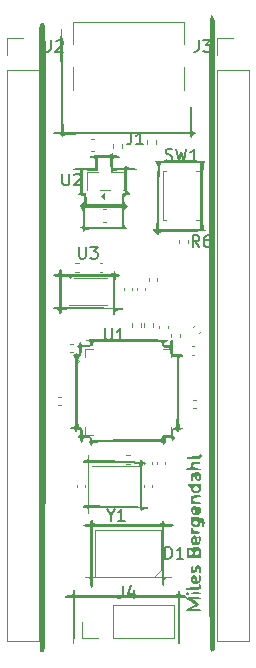
<source format=gbr>
%TF.GenerationSoftware,KiCad,Pcbnew,9.0.6*%
%TF.CreationDate,2025-11-22T23:37:22-05:00*%
%TF.ProjectId,DEVBOARD,44455642-4f41-4524-942e-6b696361645f,rev?*%
%TF.SameCoordinates,Original*%
%TF.FileFunction,Legend,Top*%
%TF.FilePolarity,Positive*%
%FSLAX46Y46*%
G04 Gerber Fmt 4.6, Leading zero omitted, Abs format (unit mm)*
G04 Created by KiCad (PCBNEW 9.0.6) date 2025-11-22 23:37:22*
%MOMM*%
%LPD*%
G01*
G04 APERTURE LIST*
%ADD10C,0.150000*%
%ADD11C,0.000000*%
%ADD12C,0.120000*%
G04 APERTURE END LIST*
D10*
X95766666Y-62954819D02*
X95766666Y-63669104D01*
X95766666Y-63669104D02*
X95719047Y-63811961D01*
X95719047Y-63811961D02*
X95623809Y-63907200D01*
X95623809Y-63907200D02*
X95480952Y-63954819D01*
X95480952Y-63954819D02*
X95385714Y-63954819D01*
X96766666Y-63954819D02*
X96195238Y-63954819D01*
X96480952Y-63954819D02*
X96480952Y-62954819D01*
X96480952Y-62954819D02*
X96385714Y-63097676D01*
X96385714Y-63097676D02*
X96290476Y-63192914D01*
X96290476Y-63192914D02*
X96195238Y-63240533D01*
X98666667Y-65307200D02*
X98809524Y-65354819D01*
X98809524Y-65354819D02*
X99047619Y-65354819D01*
X99047619Y-65354819D02*
X99142857Y-65307200D01*
X99142857Y-65307200D02*
X99190476Y-65259580D01*
X99190476Y-65259580D02*
X99238095Y-65164342D01*
X99238095Y-65164342D02*
X99238095Y-65069104D01*
X99238095Y-65069104D02*
X99190476Y-64973866D01*
X99190476Y-64973866D02*
X99142857Y-64926247D01*
X99142857Y-64926247D02*
X99047619Y-64878628D01*
X99047619Y-64878628D02*
X98857143Y-64831009D01*
X98857143Y-64831009D02*
X98761905Y-64783390D01*
X98761905Y-64783390D02*
X98714286Y-64735771D01*
X98714286Y-64735771D02*
X98666667Y-64640533D01*
X98666667Y-64640533D02*
X98666667Y-64545295D01*
X98666667Y-64545295D02*
X98714286Y-64450057D01*
X98714286Y-64450057D02*
X98761905Y-64402438D01*
X98761905Y-64402438D02*
X98857143Y-64354819D01*
X98857143Y-64354819D02*
X99095238Y-64354819D01*
X99095238Y-64354819D02*
X99238095Y-64402438D01*
X99571429Y-64354819D02*
X99809524Y-65354819D01*
X99809524Y-65354819D02*
X100000000Y-64640533D01*
X100000000Y-64640533D02*
X100190476Y-65354819D01*
X100190476Y-65354819D02*
X100428572Y-64354819D01*
X101333333Y-65354819D02*
X100761905Y-65354819D01*
X101047619Y-65354819D02*
X101047619Y-64354819D01*
X101047619Y-64354819D02*
X100952381Y-64497676D01*
X100952381Y-64497676D02*
X100857143Y-64592914D01*
X100857143Y-64592914D02*
X100761905Y-64640533D01*
X93538095Y-79562319D02*
X93538095Y-80371842D01*
X93538095Y-80371842D02*
X93585714Y-80467080D01*
X93585714Y-80467080D02*
X93633333Y-80514700D01*
X93633333Y-80514700D02*
X93728571Y-80562319D01*
X93728571Y-80562319D02*
X93919047Y-80562319D01*
X93919047Y-80562319D02*
X94014285Y-80514700D01*
X94014285Y-80514700D02*
X94061904Y-80467080D01*
X94061904Y-80467080D02*
X94109523Y-80371842D01*
X94109523Y-80371842D02*
X94109523Y-79562319D01*
X95109523Y-80562319D02*
X94538095Y-80562319D01*
X94823809Y-80562319D02*
X94823809Y-79562319D01*
X94823809Y-79562319D02*
X94728571Y-79705176D01*
X94728571Y-79705176D02*
X94633333Y-79800414D01*
X94633333Y-79800414D02*
X94538095Y-79848033D01*
X88966666Y-55154819D02*
X88966666Y-55869104D01*
X88966666Y-55869104D02*
X88919047Y-56011961D01*
X88919047Y-56011961D02*
X88823809Y-56107200D01*
X88823809Y-56107200D02*
X88680952Y-56154819D01*
X88680952Y-56154819D02*
X88585714Y-56154819D01*
X89395238Y-55250057D02*
X89442857Y-55202438D01*
X89442857Y-55202438D02*
X89538095Y-55154819D01*
X89538095Y-55154819D02*
X89776190Y-55154819D01*
X89776190Y-55154819D02*
X89871428Y-55202438D01*
X89871428Y-55202438D02*
X89919047Y-55250057D01*
X89919047Y-55250057D02*
X89966666Y-55345295D01*
X89966666Y-55345295D02*
X89966666Y-55440533D01*
X89966666Y-55440533D02*
X89919047Y-55583390D01*
X89919047Y-55583390D02*
X89347619Y-56154819D01*
X89347619Y-56154819D02*
X89966666Y-56154819D01*
X91338095Y-72654819D02*
X91338095Y-73464342D01*
X91338095Y-73464342D02*
X91385714Y-73559580D01*
X91385714Y-73559580D02*
X91433333Y-73607200D01*
X91433333Y-73607200D02*
X91528571Y-73654819D01*
X91528571Y-73654819D02*
X91719047Y-73654819D01*
X91719047Y-73654819D02*
X91814285Y-73607200D01*
X91814285Y-73607200D02*
X91861904Y-73559580D01*
X91861904Y-73559580D02*
X91909523Y-73464342D01*
X91909523Y-73464342D02*
X91909523Y-72654819D01*
X92290476Y-72654819D02*
X92909523Y-72654819D01*
X92909523Y-72654819D02*
X92576190Y-73035771D01*
X92576190Y-73035771D02*
X92719047Y-73035771D01*
X92719047Y-73035771D02*
X92814285Y-73083390D01*
X92814285Y-73083390D02*
X92861904Y-73131009D01*
X92861904Y-73131009D02*
X92909523Y-73226247D01*
X92909523Y-73226247D02*
X92909523Y-73464342D01*
X92909523Y-73464342D02*
X92861904Y-73559580D01*
X92861904Y-73559580D02*
X92814285Y-73607200D01*
X92814285Y-73607200D02*
X92719047Y-73654819D01*
X92719047Y-73654819D02*
X92433333Y-73654819D01*
X92433333Y-73654819D02*
X92338095Y-73607200D01*
X92338095Y-73607200D02*
X92290476Y-73559580D01*
X101466666Y-55154819D02*
X101466666Y-55869104D01*
X101466666Y-55869104D02*
X101419047Y-56011961D01*
X101419047Y-56011961D02*
X101323809Y-56107200D01*
X101323809Y-56107200D02*
X101180952Y-56154819D01*
X101180952Y-56154819D02*
X101085714Y-56154819D01*
X101847619Y-55154819D02*
X102466666Y-55154819D01*
X102466666Y-55154819D02*
X102133333Y-55535771D01*
X102133333Y-55535771D02*
X102276190Y-55535771D01*
X102276190Y-55535771D02*
X102371428Y-55583390D01*
X102371428Y-55583390D02*
X102419047Y-55631009D01*
X102419047Y-55631009D02*
X102466666Y-55726247D01*
X102466666Y-55726247D02*
X102466666Y-55964342D01*
X102466666Y-55964342D02*
X102419047Y-56059580D01*
X102419047Y-56059580D02*
X102371428Y-56107200D01*
X102371428Y-56107200D02*
X102276190Y-56154819D01*
X102276190Y-56154819D02*
X101990476Y-56154819D01*
X101990476Y-56154819D02*
X101895238Y-56107200D01*
X101895238Y-56107200D02*
X101847619Y-56059580D01*
X94023809Y-95366128D02*
X94023809Y-95842319D01*
X93690476Y-94842319D02*
X94023809Y-95366128D01*
X94023809Y-95366128D02*
X94357142Y-94842319D01*
X95214285Y-95842319D02*
X94642857Y-95842319D01*
X94928571Y-95842319D02*
X94928571Y-94842319D01*
X94928571Y-94842319D02*
X94833333Y-94985176D01*
X94833333Y-94985176D02*
X94738095Y-95080414D01*
X94738095Y-95080414D02*
X94642857Y-95128033D01*
X98661905Y-99054819D02*
X98661905Y-98054819D01*
X98661905Y-98054819D02*
X98900000Y-98054819D01*
X98900000Y-98054819D02*
X99042857Y-98102438D01*
X99042857Y-98102438D02*
X99138095Y-98197676D01*
X99138095Y-98197676D02*
X99185714Y-98292914D01*
X99185714Y-98292914D02*
X99233333Y-98483390D01*
X99233333Y-98483390D02*
X99233333Y-98626247D01*
X99233333Y-98626247D02*
X99185714Y-98816723D01*
X99185714Y-98816723D02*
X99138095Y-98911961D01*
X99138095Y-98911961D02*
X99042857Y-99007200D01*
X99042857Y-99007200D02*
X98900000Y-99054819D01*
X98900000Y-99054819D02*
X98661905Y-99054819D01*
X100185714Y-99054819D02*
X99614286Y-99054819D01*
X99900000Y-99054819D02*
X99900000Y-98054819D01*
X99900000Y-98054819D02*
X99804762Y-98197676D01*
X99804762Y-98197676D02*
X99709524Y-98292914D01*
X99709524Y-98292914D02*
X99614286Y-98340533D01*
X95066666Y-101354819D02*
X95066666Y-102069104D01*
X95066666Y-102069104D02*
X95019047Y-102211961D01*
X95019047Y-102211961D02*
X94923809Y-102307200D01*
X94923809Y-102307200D02*
X94780952Y-102354819D01*
X94780952Y-102354819D02*
X94685714Y-102354819D01*
X95971428Y-101688152D02*
X95971428Y-102354819D01*
X95733333Y-101307200D02*
X95495238Y-102021485D01*
X95495238Y-102021485D02*
X96114285Y-102021485D01*
X101533333Y-72654819D02*
X101200000Y-72178628D01*
X100961905Y-72654819D02*
X100961905Y-71654819D01*
X100961905Y-71654819D02*
X101342857Y-71654819D01*
X101342857Y-71654819D02*
X101438095Y-71702438D01*
X101438095Y-71702438D02*
X101485714Y-71750057D01*
X101485714Y-71750057D02*
X101533333Y-71845295D01*
X101533333Y-71845295D02*
X101533333Y-71988152D01*
X101533333Y-71988152D02*
X101485714Y-72083390D01*
X101485714Y-72083390D02*
X101438095Y-72131009D01*
X101438095Y-72131009D02*
X101342857Y-72178628D01*
X101342857Y-72178628D02*
X100961905Y-72178628D01*
X102390476Y-71654819D02*
X102200000Y-71654819D01*
X102200000Y-71654819D02*
X102104762Y-71702438D01*
X102104762Y-71702438D02*
X102057143Y-71750057D01*
X102057143Y-71750057D02*
X101961905Y-71892914D01*
X101961905Y-71892914D02*
X101914286Y-72083390D01*
X101914286Y-72083390D02*
X101914286Y-72464342D01*
X101914286Y-72464342D02*
X101961905Y-72559580D01*
X101961905Y-72559580D02*
X102009524Y-72607200D01*
X102009524Y-72607200D02*
X102104762Y-72654819D01*
X102104762Y-72654819D02*
X102295238Y-72654819D01*
X102295238Y-72654819D02*
X102390476Y-72607200D01*
X102390476Y-72607200D02*
X102438095Y-72559580D01*
X102438095Y-72559580D02*
X102485714Y-72464342D01*
X102485714Y-72464342D02*
X102485714Y-72226247D01*
X102485714Y-72226247D02*
X102438095Y-72131009D01*
X102438095Y-72131009D02*
X102390476Y-72083390D01*
X102390476Y-72083390D02*
X102295238Y-72035771D01*
X102295238Y-72035771D02*
X102104762Y-72035771D01*
X102104762Y-72035771D02*
X102009524Y-72083390D01*
X102009524Y-72083390D02*
X101961905Y-72131009D01*
X101961905Y-72131009D02*
X101914286Y-72226247D01*
X89938095Y-66454819D02*
X89938095Y-67264342D01*
X89938095Y-67264342D02*
X89985714Y-67359580D01*
X89985714Y-67359580D02*
X90033333Y-67407200D01*
X90033333Y-67407200D02*
X90128571Y-67454819D01*
X90128571Y-67454819D02*
X90319047Y-67454819D01*
X90319047Y-67454819D02*
X90414285Y-67407200D01*
X90414285Y-67407200D02*
X90461904Y-67359580D01*
X90461904Y-67359580D02*
X90509523Y-67264342D01*
X90509523Y-67264342D02*
X90509523Y-66454819D01*
X90938095Y-66550057D02*
X90985714Y-66502438D01*
X90985714Y-66502438D02*
X91080952Y-66454819D01*
X91080952Y-66454819D02*
X91319047Y-66454819D01*
X91319047Y-66454819D02*
X91414285Y-66502438D01*
X91414285Y-66502438D02*
X91461904Y-66550057D01*
X91461904Y-66550057D02*
X91509523Y-66645295D01*
X91509523Y-66645295D02*
X91509523Y-66740533D01*
X91509523Y-66740533D02*
X91461904Y-66883390D01*
X91461904Y-66883390D02*
X90890476Y-67454819D01*
X90890476Y-67454819D02*
X91509523Y-67454819D01*
D11*
%TO.C,G\u002A\u002A\u002A*%
G36*
X91008344Y-101725772D02*
G01*
X91034620Y-101899786D01*
X91034620Y-102164368D01*
X95373787Y-102164368D01*
X96445040Y-102164127D01*
X97323707Y-102162781D01*
X98028860Y-102159399D01*
X98579579Y-102153053D01*
X98994942Y-102142812D01*
X99294023Y-102127743D01*
X99495903Y-102106917D01*
X99619657Y-102079404D01*
X99684363Y-102044272D01*
X99709098Y-102000592D01*
X99712953Y-101952702D01*
X99757273Y-101780726D01*
X99818787Y-101741036D01*
X99904774Y-101829676D01*
X99924619Y-101952702D01*
X99986630Y-102118683D01*
X100189203Y-102164368D01*
X100388097Y-102200597D01*
X100453787Y-102270202D01*
X100363215Y-102349759D01*
X100189203Y-102376036D01*
X99924619Y-102376036D01*
X99924619Y-104439786D01*
X99919304Y-105205639D01*
X99903795Y-105806276D01*
X99878743Y-106228966D01*
X99844803Y-106460984D01*
X99818787Y-106503536D01*
X99779512Y-106399894D01*
X99748709Y-106097459D01*
X99727033Y-105608953D01*
X99715134Y-104947104D01*
X99712953Y-104439786D01*
X99712953Y-102376036D01*
X95375979Y-102376036D01*
X91039002Y-102376036D01*
X91010354Y-104501661D01*
X90997972Y-105140167D01*
X90979967Y-105694114D01*
X90957926Y-106133446D01*
X90933436Y-106428104D01*
X90908084Y-106548033D01*
X90902329Y-106547772D01*
X90877712Y-106421803D01*
X90856205Y-106118088D01*
X90839070Y-105670542D01*
X90827574Y-105113077D01*
X90822985Y-104479607D01*
X90822954Y-104422146D01*
X90822954Y-102376036D01*
X90452537Y-102376036D01*
X90207702Y-102349453D01*
X90085320Y-102284091D01*
X90082120Y-102270202D01*
X90175156Y-102200249D01*
X90403925Y-102165282D01*
X90452537Y-102164368D01*
X90703035Y-102144601D01*
X90805584Y-102055644D01*
X90822954Y-101899786D01*
X90859181Y-101700892D01*
X90928787Y-101635202D01*
X91008344Y-101725772D01*
G37*
G36*
X89888644Y-54214928D02*
G01*
X89916747Y-54378253D01*
X89939691Y-54681803D01*
X89957949Y-55138850D01*
X89971994Y-55762663D01*
X89982300Y-56566510D01*
X89989340Y-57563661D01*
X89991270Y-57999165D01*
X89995216Y-58894390D01*
X89999857Y-59728569D01*
X90004982Y-60476625D01*
X90010376Y-61113484D01*
X90015827Y-61614070D01*
X90021125Y-61953308D01*
X90026054Y-62106119D01*
X90026084Y-62106453D01*
X90048136Y-62377959D01*
X90064017Y-62609161D01*
X90082120Y-62900203D01*
X95425460Y-62900203D01*
X100768800Y-62900203D01*
X100797782Y-58799161D01*
X100826762Y-54698119D01*
X100851940Y-58786818D01*
X100877119Y-62875515D01*
X101115244Y-62954211D01*
X101353369Y-63032906D01*
X101121007Y-63078994D01*
X100963297Y-63154331D01*
X100880305Y-63338384D01*
X100848455Y-63568266D01*
X100808265Y-64011453D01*
X100789775Y-63561661D01*
X100771287Y-63111869D01*
X95464828Y-63111869D01*
X94264495Y-63112275D01*
X93258225Y-63113893D01*
X92428421Y-63117320D01*
X91757480Y-63123155D01*
X91227802Y-63131996D01*
X90821789Y-63144443D01*
X90521836Y-63161093D01*
X90310345Y-63182545D01*
X90169715Y-63209398D01*
X90082346Y-63242249D01*
X90030636Y-63281696D01*
X90017779Y-63297078D01*
X89909741Y-63424375D01*
X89877006Y-63379918D01*
X89873820Y-63297078D01*
X89815284Y-63166054D01*
X89614702Y-63115110D01*
X89500037Y-63111869D01*
X89255202Y-63085288D01*
X89132820Y-63019925D01*
X89129620Y-63006036D01*
X89222429Y-62935135D01*
X89449669Y-62900800D01*
X89487712Y-62900203D01*
X89845804Y-62900203D01*
X89789665Y-58576890D01*
X89776385Y-57421513D01*
X89769372Y-56464865D01*
X89768816Y-55694099D01*
X89774907Y-55096363D01*
X89787837Y-54658809D01*
X89807795Y-54368588D01*
X89834972Y-54212849D01*
X89854906Y-54178561D01*
X89888644Y-54214928D01*
G37*
G36*
X100339892Y-65325045D02*
G01*
X100892125Y-65331378D01*
X101375647Y-65342505D01*
X101750458Y-65358396D01*
X101976563Y-65379019D01*
X102023643Y-65392951D01*
X102011917Y-65488643D01*
X101961912Y-65516428D01*
X101919368Y-65633053D01*
X101884258Y-65927225D01*
X101856580Y-66364958D01*
X101836335Y-66912261D01*
X101823523Y-67535150D01*
X101818143Y-68199635D01*
X101820195Y-68871726D01*
X101829680Y-69517439D01*
X101846598Y-70102783D01*
X101870949Y-70593770D01*
X101902732Y-70956414D01*
X101941947Y-71156725D01*
X101961912Y-71184810D01*
X102078965Y-71255185D01*
X101989994Y-71309463D01*
X101693869Y-71347751D01*
X101189464Y-71370165D01*
X100475653Y-71376813D01*
X100043990Y-71374300D01*
X99364698Y-71369171D01*
X98867880Y-71370619D01*
X98524384Y-71381233D01*
X98305055Y-71403603D01*
X98180740Y-71440316D01*
X98122283Y-71493965D01*
X98104180Y-71546591D01*
X98059364Y-71675554D01*
X97983997Y-71604000D01*
X97963072Y-71570555D01*
X97782318Y-71390799D01*
X97649203Y-71313809D01*
X97505278Y-71242688D01*
X97557334Y-71204684D01*
X97675662Y-71182138D01*
X97759920Y-71161789D01*
X97768625Y-71155203D01*
X98118525Y-71155203D01*
X99868239Y-71155203D01*
X101617953Y-71155203D01*
X101617953Y-68350619D01*
X101617953Y-65546036D01*
X99936632Y-65546036D01*
X98255310Y-65546036D01*
X98201147Y-65889994D01*
X98184987Y-66092886D01*
X98169488Y-66472329D01*
X98155508Y-66993204D01*
X98143902Y-67620398D01*
X98135527Y-68318793D01*
X98132754Y-68694578D01*
X98118525Y-71155203D01*
X97768625Y-71155203D01*
X97821675Y-71115065D01*
X97864612Y-71012681D01*
X97892417Y-70825351D01*
X97908775Y-70523790D01*
X97917377Y-70078710D01*
X97921907Y-69460826D01*
X97923125Y-69216384D01*
X97928812Y-68526184D01*
X97938599Y-67841399D01*
X97951400Y-67217655D01*
X97966130Y-66710580D01*
X97977128Y-66452536D01*
X97989447Y-65968553D01*
X97962827Y-65670195D01*
X97895143Y-65534651D01*
X97891478Y-65532249D01*
X97809398Y-65426719D01*
X97823312Y-65389565D01*
X97947900Y-65366446D01*
X98243754Y-65348316D01*
X98670877Y-65335144D01*
X99189272Y-65326896D01*
X99758942Y-65323540D01*
X100339892Y-65325045D01*
G37*
G36*
X92496441Y-95797176D02*
G01*
X92516287Y-95920202D01*
X92522864Y-95982719D01*
X92558114Y-96031537D01*
X92645320Y-96068347D01*
X92807764Y-96094842D01*
X93068725Y-96112716D01*
X93451486Y-96123662D01*
X93979327Y-96129374D01*
X94675531Y-96131544D01*
X95426703Y-96131868D01*
X96297832Y-96130594D01*
X96979527Y-96125967D01*
X97494010Y-96116772D01*
X97863503Y-96101798D01*
X98110228Y-96079833D01*
X98256407Y-96049664D01*
X98324260Y-96010081D01*
X98337119Y-95973118D01*
X98394267Y-95832278D01*
X98442953Y-95814368D01*
X98536845Y-95900089D01*
X98548787Y-95973118D01*
X98618690Y-96083502D01*
X98850414Y-96128987D01*
X98972119Y-96131868D01*
X99237212Y-96155341D01*
X99384658Y-96213978D01*
X99395453Y-96237702D01*
X99301563Y-96303974D01*
X99067013Y-96340837D01*
X98972119Y-96343536D01*
X98548787Y-96343536D01*
X98548787Y-98454117D01*
X98548787Y-100564698D01*
X98998578Y-100605209D01*
X99448369Y-100645722D01*
X98998578Y-100664212D01*
X98716599Y-100685774D01*
X98587003Y-100754077D01*
X98550572Y-100921143D01*
X98548787Y-101059364D01*
X98523717Y-101300174D01*
X98457399Y-101376768D01*
X98442953Y-101370618D01*
X98366703Y-101227548D01*
X98337119Y-100993956D01*
X98337119Y-100682702D01*
X95426703Y-100682702D01*
X92516287Y-100682702D01*
X92516287Y-101106036D01*
X92492814Y-101371127D01*
X92434177Y-101518573D01*
X92410454Y-101529368D01*
X92343725Y-101435582D01*
X92307052Y-101201736D01*
X92304620Y-101113064D01*
X92287671Y-100839364D01*
X92208382Y-100708933D01*
X92024099Y-100654291D01*
X92013579Y-100652672D01*
X91722537Y-100608583D01*
X92013579Y-100592726D01*
X92304620Y-100576868D01*
X92516287Y-100576868D01*
X95426703Y-100576868D01*
X98337119Y-100576868D01*
X98337119Y-98460202D01*
X98337119Y-96343536D01*
X95426703Y-96343536D01*
X92516287Y-96343536D01*
X92516287Y-98460202D01*
X92516287Y-100576868D01*
X92304620Y-100576868D01*
X92304620Y-98460202D01*
X92304620Y-96343536D01*
X91980874Y-96343536D01*
X91769304Y-96314872D01*
X91720450Y-96241333D01*
X91722537Y-96237702D01*
X91868421Y-96155778D01*
X92046282Y-96131868D01*
X92250579Y-96079698D01*
X92304620Y-95920202D01*
X92348940Y-95748226D01*
X92410454Y-95708536D01*
X92496441Y-95797176D01*
G37*
G36*
X89843099Y-74526421D02*
G01*
X89870454Y-74694373D01*
X89870454Y-74965203D01*
X92001911Y-74965203D01*
X92732996Y-74963568D01*
X93281110Y-74957103D01*
X93674932Y-74943470D01*
X93943146Y-74920333D01*
X94114430Y-74885351D01*
X94217466Y-74836189D01*
X94273962Y-74779994D01*
X94381999Y-74652696D01*
X94414734Y-74697154D01*
X94417921Y-74779994D01*
X94507515Y-74936023D01*
X94632954Y-74965203D01*
X94804929Y-75009523D01*
X94844620Y-75071036D01*
X94755980Y-75157024D01*
X94632954Y-75176869D01*
X94545111Y-75188918D01*
X94485632Y-75247988D01*
X94449016Y-75388464D01*
X94429760Y-75644730D01*
X94422364Y-76051171D01*
X94421287Y-76499786D01*
X94421287Y-77822703D01*
X94797950Y-77822703D01*
X95038760Y-77847771D01*
X95115352Y-77914089D01*
X95109204Y-77928536D01*
X94966134Y-78004785D01*
X94732541Y-78034369D01*
X94502949Y-78069131D01*
X94423811Y-78197568D01*
X94421287Y-78246036D01*
X94376966Y-78418011D01*
X94315454Y-78457703D01*
X94235896Y-78367133D01*
X94209620Y-78193119D01*
X94209620Y-77928536D01*
X92040037Y-77928536D01*
X91310946Y-77929333D01*
X90766580Y-77933478D01*
X90379992Y-77943596D01*
X90124242Y-77962320D01*
X89972389Y-77992275D01*
X89897486Y-78036093D01*
X89872594Y-78096399D01*
X89870454Y-78140203D01*
X89826134Y-78312178D01*
X89764620Y-78351869D01*
X89678632Y-78263229D01*
X89658787Y-78140203D01*
X89596776Y-77974221D01*
X89394204Y-77928536D01*
X89195310Y-77892308D01*
X89129620Y-77822703D01*
X89220190Y-77743145D01*
X89394204Y-77716869D01*
X89658787Y-77716869D01*
X89658787Y-77711751D01*
X89870454Y-77711751D01*
X91590245Y-77740769D01*
X92210814Y-77752665D01*
X92791715Y-77766401D01*
X93284446Y-77780640D01*
X93640506Y-77794045D01*
X93759829Y-77800531D01*
X94209620Y-77831276D01*
X94209620Y-76504073D01*
X94209620Y-75176869D01*
X92040037Y-75176869D01*
X89870454Y-75176869D01*
X89870454Y-76444310D01*
X89870454Y-77711751D01*
X89658787Y-77711751D01*
X89658787Y-76446869D01*
X89658787Y-76444310D01*
X89658787Y-75176869D01*
X89394204Y-75176869D01*
X89195310Y-75140641D01*
X89129620Y-75071036D01*
X89220190Y-74991479D01*
X89394204Y-74965203D01*
X89602905Y-74914430D01*
X89658787Y-74759781D01*
X89707385Y-74557180D01*
X89764620Y-74488953D01*
X89843099Y-74526421D01*
G37*
G36*
X96626849Y-90488883D02*
G01*
X96679675Y-90745174D01*
X96830745Y-90859808D01*
X96881912Y-90872322D01*
X97120037Y-90919164D01*
X96881912Y-90997859D01*
X96794939Y-91033257D01*
X96732229Y-91093784D01*
X96689814Y-91210517D01*
X96663728Y-91414524D01*
X96650007Y-91736881D01*
X96644680Y-92208657D01*
X96643787Y-92860927D01*
X96643787Y-92863378D01*
X96643787Y-94650202D01*
X96967532Y-94650202D01*
X97179103Y-94678864D01*
X97227957Y-94752404D01*
X97225869Y-94756036D01*
X97079570Y-94838803D01*
X96909153Y-94861868D01*
X96710179Y-94915869D01*
X96620215Y-95114506D01*
X96613757Y-95152911D01*
X96583227Y-95330838D01*
X96566758Y-95315888D01*
X96553810Y-95099993D01*
X96537953Y-94756036D01*
X94375076Y-94756036D01*
X92212197Y-94756036D01*
X92169512Y-95099993D01*
X92126827Y-95443952D01*
X92109891Y-95099993D01*
X92072417Y-94859907D01*
X91958650Y-94767143D01*
X91828370Y-94756036D01*
X91629476Y-94719807D01*
X91563787Y-94650202D01*
X91654357Y-94570644D01*
X91828370Y-94544368D01*
X92092954Y-94544368D01*
X92092954Y-94539371D01*
X92198786Y-94539371D01*
X94024412Y-94570997D01*
X94651145Y-94582873D01*
X95227186Y-94595674D01*
X95709314Y-94608296D01*
X96054309Y-94619632D01*
X96193994Y-94626413D01*
X96537953Y-94650202D01*
X96537953Y-92863378D01*
X96536434Y-92207881D01*
X96529679Y-91733616D01*
X96514388Y-91410159D01*
X96487264Y-91207089D01*
X96445007Y-91093979D01*
X96384318Y-91040407D01*
X96338560Y-91024413D01*
X96172587Y-91006848D01*
X95832367Y-90989688D01*
X95355317Y-90974162D01*
X94778856Y-90961498D01*
X94168979Y-90953194D01*
X92198787Y-90934118D01*
X92198787Y-92736744D01*
X92198786Y-94539371D01*
X92092954Y-94539371D01*
X92092954Y-92745202D01*
X92092954Y-90946036D01*
X91828370Y-90946036D01*
X91629476Y-90909807D01*
X91563787Y-90840202D01*
X91654137Y-90759866D01*
X91821340Y-90734368D01*
X92023956Y-90682656D01*
X92115055Y-90489543D01*
X92122984Y-90443327D01*
X92167072Y-90152286D01*
X92182930Y-90443327D01*
X92198787Y-90734368D01*
X93495245Y-90735003D01*
X94106220Y-90741274D01*
X94741960Y-90757731D01*
X95316594Y-90781669D01*
X95656998Y-90803002D01*
X96522292Y-90870367D01*
X96566102Y-90511326D01*
X96609912Y-90152286D01*
X96626849Y-90488883D01*
G37*
G36*
X88351461Y-53703445D02*
G01*
X88401592Y-53752853D01*
X88439176Y-53866690D01*
X88466845Y-54070724D01*
X88487231Y-54390719D01*
X88502965Y-54852443D01*
X88516679Y-55481660D01*
X88526689Y-56047494D01*
X88530884Y-56413446D01*
X88534569Y-56978093D01*
X88537737Y-57728461D01*
X88540387Y-58651578D01*
X88542511Y-59734471D01*
X88544105Y-60964169D01*
X88545164Y-62327699D01*
X88545681Y-63812089D01*
X88545654Y-65404366D01*
X88545077Y-67091558D01*
X88543944Y-68860693D01*
X88542251Y-70698798D01*
X88539992Y-72592900D01*
X88537164Y-74530029D01*
X88534437Y-76129369D01*
X88530777Y-78173231D01*
X88527185Y-80233679D01*
X88523687Y-82293694D01*
X88520310Y-84336252D01*
X88517076Y-86344331D01*
X88514012Y-88300909D01*
X88511144Y-90188966D01*
X88508495Y-91991478D01*
X88506092Y-93691424D01*
X88503960Y-95271783D01*
X88502124Y-96715533D01*
X88500610Y-98005652D01*
X88499441Y-99125117D01*
X88498646Y-100056908D01*
X88498434Y-100380337D01*
X88497060Y-101740226D01*
X88494417Y-102903252D01*
X88490160Y-103884217D01*
X88483936Y-104697923D01*
X88475400Y-105359173D01*
X88464202Y-105882768D01*
X88449996Y-106283511D01*
X88432431Y-106576202D01*
X88411161Y-106775646D01*
X88385837Y-106896642D01*
X88356111Y-106953994D01*
X88343607Y-106962171D01*
X88155906Y-106941021D01*
X88070976Y-106873577D01*
X88060349Y-106756579D01*
X88050045Y-106438896D01*
X88040076Y-105931504D01*
X88030457Y-105245384D01*
X88021200Y-104391517D01*
X88012317Y-103380881D01*
X88003824Y-102224456D01*
X87995730Y-100933221D01*
X87988050Y-99518156D01*
X87980796Y-97990241D01*
X87973982Y-96360454D01*
X87967621Y-94639777D01*
X87961725Y-92839187D01*
X87956309Y-90969666D01*
X87951382Y-89042192D01*
X87946962Y-87067744D01*
X87943059Y-85057303D01*
X87939685Y-83021848D01*
X87936856Y-80972358D01*
X87934582Y-78919815D01*
X87932879Y-76875195D01*
X87931757Y-74849479D01*
X87931231Y-72853648D01*
X87931312Y-70898679D01*
X87932016Y-68995553D01*
X87933352Y-67155250D01*
X87935337Y-65388749D01*
X87937982Y-63707029D01*
X87941300Y-62121070D01*
X87945304Y-60641851D01*
X87950006Y-59280354D01*
X87955420Y-58047555D01*
X87961560Y-56954436D01*
X87968437Y-56011976D01*
X87976066Y-55231154D01*
X87984459Y-54622950D01*
X87993627Y-54198344D01*
X88003586Y-53968314D01*
X88008447Y-53930828D01*
X88147681Y-53739985D01*
X88286150Y-53692703D01*
X88351461Y-53703445D01*
G37*
G36*
X102706625Y-53121644D02*
G01*
X102798044Y-53341060D01*
X102820024Y-53454578D01*
X102826458Y-53598134D01*
X102832554Y-53941564D01*
X102838310Y-54473871D01*
X102843727Y-55184060D01*
X102848804Y-56061134D01*
X102853540Y-57094099D01*
X102857937Y-58271956D01*
X102861993Y-59583711D01*
X102865708Y-61018369D01*
X102869082Y-62564931D01*
X102872114Y-64212405D01*
X102874804Y-65949793D01*
X102877153Y-67766098D01*
X102879160Y-69650325D01*
X102880825Y-71591480D01*
X102882147Y-73578564D01*
X102883125Y-75600584D01*
X102883762Y-77646541D01*
X102884054Y-79705443D01*
X102884003Y-81766289D01*
X102883608Y-83818088D01*
X102882869Y-85849841D01*
X102881785Y-87850554D01*
X102880357Y-89809229D01*
X102878584Y-91714873D01*
X102876465Y-93556487D01*
X102874002Y-95323077D01*
X102871193Y-97003647D01*
X102868037Y-98587199D01*
X102864535Y-100062741D01*
X102860688Y-101419273D01*
X102856493Y-102645801D01*
X102851952Y-103731329D01*
X102847063Y-104664862D01*
X102841828Y-105435403D01*
X102836244Y-106031956D01*
X102830312Y-106443524D01*
X102824033Y-106659114D01*
X102821248Y-106688743D01*
X102691000Y-106883089D01*
X102558109Y-106926868D01*
X102537235Y-106923011D01*
X102517873Y-106906336D01*
X102499962Y-106869189D01*
X102483448Y-106803918D01*
X102468274Y-106702868D01*
X102454383Y-106558387D01*
X102441719Y-106362819D01*
X102430224Y-106108512D01*
X102419843Y-105787813D01*
X102410519Y-105393067D01*
X102402194Y-104916621D01*
X102394813Y-104350821D01*
X102388319Y-103688014D01*
X102382654Y-102920546D01*
X102377764Y-102040763D01*
X102373589Y-101041013D01*
X102370075Y-99913641D01*
X102367165Y-98650993D01*
X102364802Y-97245417D01*
X102362929Y-95689258D01*
X102361489Y-93974862D01*
X102360427Y-92094577D01*
X102359684Y-90040749D01*
X102359205Y-87805723D01*
X102358934Y-85381848D01*
X102358813Y-82761468D01*
X102358787Y-79992286D01*
X102358817Y-77171471D01*
X102358947Y-74554671D01*
X102359230Y-72134234D01*
X102359725Y-69902508D01*
X102360489Y-67851841D01*
X102361575Y-65974581D01*
X102363042Y-64263078D01*
X102364943Y-62709676D01*
X102367338Y-61306728D01*
X102370280Y-60046579D01*
X102373828Y-58921576D01*
X102378035Y-57924071D01*
X102382960Y-57046410D01*
X102388658Y-56280940D01*
X102395185Y-55620011D01*
X102402598Y-55055971D01*
X102410953Y-54581168D01*
X102420305Y-54187949D01*
X102430712Y-53868663D01*
X102442229Y-53615656D01*
X102454912Y-53421280D01*
X102468818Y-53277881D01*
X102484003Y-53177808D01*
X102500524Y-53113408D01*
X102518435Y-53077029D01*
X102537794Y-53061019D01*
X102556605Y-53057703D01*
X102706625Y-53121644D01*
G37*
G36*
X94209620Y-64792244D02*
G01*
X94299907Y-64882284D01*
X94467957Y-64911036D01*
X94692049Y-64950058D01*
X94791704Y-65016869D01*
X94750347Y-65091823D01*
X94544441Y-65122651D01*
X94533366Y-65122703D01*
X94325836Y-65138864D01*
X94233584Y-65227833D01*
X94210166Y-65450338D01*
X94209620Y-65546036D01*
X94209620Y-65969369D01*
X94664704Y-65969369D01*
X94976564Y-65941438D01*
X95205330Y-65871589D01*
X95246786Y-65842369D01*
X95351655Y-65768739D01*
X95373787Y-65842369D01*
X95471249Y-65929436D01*
X95736245Y-65968411D01*
X95797119Y-65969369D01*
X96062212Y-65992841D01*
X96209658Y-66051479D01*
X96220453Y-66075203D01*
X96126563Y-66141475D01*
X95892013Y-66178338D01*
X95797119Y-66181036D01*
X95373787Y-66181036D01*
X95373787Y-67083940D01*
X95382265Y-67549308D01*
X95411833Y-67841206D01*
X95468699Y-67997311D01*
X95532537Y-68047764D01*
X95680788Y-68154695D01*
X95640450Y-68253444D01*
X95431137Y-68297690D01*
X95426703Y-68297703D01*
X95245577Y-68326685D01*
X95173105Y-68455530D01*
X95162120Y-68655775D01*
X95197229Y-68924246D01*
X95324872Y-69052129D01*
X95384435Y-69071985D01*
X95527235Y-69170286D01*
X95503502Y-69291090D01*
X95332586Y-69355655D01*
X95314624Y-69356036D01*
X95235206Y-69450819D01*
X95181675Y-69693959D01*
X95154800Y-70023641D01*
X95155357Y-70378050D01*
X95184117Y-70695373D01*
X95241854Y-70913791D01*
X95294412Y-70973144D01*
X95412357Y-71044789D01*
X95322765Y-71100253D01*
X95029171Y-71139143D01*
X94535116Y-71161066D01*
X93844139Y-71165633D01*
X93578205Y-71163319D01*
X92838919Y-71161486D01*
X92310079Y-71175916D01*
X91991090Y-71206639D01*
X91881354Y-71253689D01*
X91881287Y-71255098D01*
X91804286Y-71362626D01*
X91775454Y-71366869D01*
X91680277Y-71281715D01*
X91669620Y-71215879D01*
X91581891Y-71064721D01*
X91484412Y-71016489D01*
X91353977Y-70976266D01*
X91429134Y-70959685D01*
X91484412Y-70955813D01*
X91517938Y-70943536D01*
X91881287Y-70943536D01*
X93415870Y-70943536D01*
X94950454Y-70943536D01*
X94950454Y-70149786D01*
X94950454Y-69356036D01*
X93415870Y-69356036D01*
X91881287Y-69356036D01*
X91881287Y-70149786D01*
X91881287Y-70943536D01*
X91517938Y-70943536D01*
X91582194Y-70920006D01*
X91638581Y-70799479D01*
X91664169Y-70550303D01*
X91669620Y-70187911D01*
X91668517Y-70149786D01*
X91657127Y-69755800D01*
X91613325Y-69486966D01*
X91528724Y-69334149D01*
X91491796Y-69302259D01*
X91379412Y-69195334D01*
X91437914Y-69109996D01*
X91544714Y-69048744D01*
X91735784Y-68843166D01*
X91775454Y-68611479D01*
X91747261Y-68387339D01*
X91622622Y-68305735D01*
X91489704Y-68297703D01*
X91302096Y-68278495D01*
X91298199Y-68207228D01*
X91330954Y-68170703D01*
X91399217Y-67990639D01*
X91442690Y-67628480D01*
X91444077Y-67581586D01*
X91638701Y-67581586D01*
X91645740Y-67866784D01*
X91678210Y-68019444D01*
X91742289Y-68078928D01*
X91801912Y-68086279D01*
X91919572Y-68128106D01*
X91974826Y-68286994D01*
X91987120Y-68562286D01*
X91987120Y-69038536D01*
X93468787Y-69038536D01*
X94950454Y-69038536D01*
X94950454Y-68562286D01*
X94968646Y-68255273D01*
X95034094Y-68112499D01*
X95122432Y-68086036D01*
X95235539Y-68042061D01*
X95248642Y-67875164D01*
X95228266Y-67755306D01*
X95191091Y-67461215D01*
X95167095Y-67063623D01*
X95162120Y-66802806D01*
X95162120Y-66181036D01*
X94685870Y-66181036D01*
X94401846Y-66202056D01*
X94231474Y-66255240D01*
X94209620Y-66286869D01*
X94129084Y-66389628D01*
X94103787Y-66392703D01*
X94047414Y-66296303D01*
X94009195Y-66044474D01*
X93997954Y-65757703D01*
X93997954Y-65122703D01*
X93460940Y-65122703D01*
X92923927Y-65122703D01*
X92953324Y-65678328D01*
X92982721Y-66233953D01*
X92333921Y-66198203D01*
X91685120Y-66162453D01*
X91650912Y-67124488D01*
X91638701Y-67581586D01*
X91444077Y-67581586D01*
X91457954Y-67112718D01*
X91457954Y-67112369D01*
X91457954Y-66181036D01*
X91119286Y-66181036D01*
X90901520Y-66163283D01*
X90868516Y-66100773D01*
X90902631Y-66059025D01*
X91078392Y-65994884D01*
X91427792Y-65958548D01*
X91876297Y-65953199D01*
X92727954Y-65969384D01*
X92727954Y-65546043D01*
X92714375Y-65273994D01*
X92646585Y-65153046D01*
X92483999Y-65123075D01*
X92442204Y-65122703D01*
X92254647Y-65101260D01*
X92254305Y-65026869D01*
X92275835Y-65003321D01*
X92444485Y-64941756D01*
X92770754Y-64905455D01*
X93156746Y-64899593D01*
X93578056Y-64891173D01*
X93902140Y-64851974D01*
X94063947Y-64794349D01*
X94185031Y-64728583D01*
X94209620Y-64792244D01*
G37*
G36*
X95068417Y-80441163D02*
G01*
X95801150Y-80446938D01*
X96520178Y-80457064D01*
X97194987Y-80471256D01*
X97795063Y-80489226D01*
X98289892Y-80510688D01*
X98648962Y-80535358D01*
X98841758Y-80562948D01*
X98866287Y-80577362D01*
X98780520Y-80668614D01*
X98707537Y-80680202D01*
X98567225Y-80764918D01*
X98548787Y-80838952D01*
X98640787Y-80966631D01*
X98813369Y-80997702D01*
X99014772Y-80953989D01*
X99076835Y-80781877D01*
X99077953Y-80733118D01*
X99114180Y-80534224D01*
X99183787Y-80468536D01*
X99267813Y-80568766D01*
X99308389Y-80854964D01*
X99302802Y-81305391D01*
X99297935Y-81383993D01*
X99299239Y-81603801D01*
X99383417Y-81696783D01*
X99609984Y-81717208D01*
X99663550Y-81717368D01*
X99952150Y-81747211D01*
X100152069Y-81820391D01*
X100168037Y-81833786D01*
X100206723Y-81924728D01*
X100062943Y-81950202D01*
X99867903Y-82005097D01*
X99803650Y-82082493D01*
X99794803Y-82219684D01*
X99788962Y-82539698D01*
X99786188Y-83013711D01*
X99786544Y-83612898D01*
X99790092Y-84308438D01*
X99796893Y-85071507D01*
X99797187Y-85098743D01*
X99807467Y-85958287D01*
X99818552Y-86629278D01*
X99832134Y-87134831D01*
X99849904Y-87498058D01*
X99873553Y-87742073D01*
X99904774Y-87889989D01*
X99945258Y-87964919D01*
X99996694Y-87989977D01*
X100008853Y-87991057D01*
X100122820Y-88009454D01*
X100032268Y-88059151D01*
X100030453Y-88059843D01*
X99833200Y-88184484D01*
X99784270Y-88236696D01*
X99688069Y-88288989D01*
X99643159Y-88220827D01*
X99503143Y-88099348D01*
X99439550Y-88088536D01*
X99328922Y-88172401D01*
X99291195Y-88359879D01*
X99329370Y-88554789D01*
X99421912Y-88653742D01*
X99493944Y-88733071D01*
X99437780Y-88794853D01*
X99295320Y-88969409D01*
X99260927Y-89041036D01*
X99211113Y-89130596D01*
X99192228Y-89016469D01*
X99192142Y-89014577D01*
X99098378Y-88862158D01*
X98922524Y-88829368D01*
X98731339Y-88872166D01*
X98713193Y-88964697D01*
X98695412Y-89145896D01*
X98607404Y-89308656D01*
X98490750Y-89446574D01*
X98451008Y-89415571D01*
X98446319Y-89328913D01*
X98432878Y-89270016D01*
X98378515Y-89224998D01*
X98258604Y-89192153D01*
X98048522Y-89169772D01*
X97723643Y-89156147D01*
X97259344Y-89149568D01*
X96631002Y-89148328D01*
X95874595Y-89150482D01*
X94926012Y-89155761D01*
X94167567Y-89164913D01*
X93577742Y-89180116D01*
X93135017Y-89203543D01*
X92817872Y-89237371D01*
X92604787Y-89283774D01*
X92474242Y-89344931D01*
X92404716Y-89423013D01*
X92377584Y-89504006D01*
X92333445Y-89728952D01*
X92319032Y-89499646D01*
X92252710Y-89288742D01*
X92172329Y-89208604D01*
X92094499Y-89139101D01*
X92172329Y-89085132D01*
X92301817Y-88973661D01*
X92245104Y-88877324D01*
X92026807Y-88830123D01*
X91987120Y-88829368D01*
X91760559Y-88857493D01*
X91677544Y-88978666D01*
X91669620Y-89100198D01*
X91636025Y-89280261D01*
X91563787Y-89305618D01*
X91474880Y-89156343D01*
X91457954Y-89034789D01*
X91390162Y-88866682D01*
X91299204Y-88829368D01*
X91158364Y-88772222D01*
X91140454Y-88723536D01*
X91226174Y-88629642D01*
X91299204Y-88617702D01*
X91426882Y-88525701D01*
X91457954Y-88353118D01*
X91418039Y-88133326D01*
X91298454Y-88109608D01*
X91161620Y-88215536D01*
X91056751Y-88289166D01*
X91034620Y-88215536D01*
X90946195Y-88112442D01*
X90822954Y-88088536D01*
X90650977Y-88044214D01*
X90611287Y-87982702D01*
X90699927Y-87896714D01*
X90822954Y-87876868D01*
X90885031Y-87870367D01*
X90933612Y-87835464D01*
X90970347Y-87749063D01*
X90996894Y-87588067D01*
X91014900Y-87329376D01*
X91026024Y-86949892D01*
X91031915Y-86426521D01*
X91034230Y-85736162D01*
X91034620Y-84919781D01*
X91034596Y-84912514D01*
X91246287Y-84912514D01*
X91246811Y-85777477D01*
X91249495Y-86454383D01*
X91256007Y-86966842D01*
X91268016Y-87338463D01*
X91287192Y-87592856D01*
X91315201Y-87753631D01*
X91353714Y-87844394D01*
X91404397Y-87888759D01*
X91457954Y-87907533D01*
X91619810Y-88021473D01*
X91669567Y-88277973D01*
X91669620Y-88290293D01*
X91689319Y-88510123D01*
X91791335Y-88600291D01*
X92040037Y-88617702D01*
X92293265Y-88639868D01*
X92396214Y-88730503D01*
X92410454Y-88845331D01*
X92419661Y-88949009D01*
X92473251Y-89011768D01*
X92610170Y-89039619D01*
X92869366Y-89038576D01*
X93289789Y-89014651D01*
X93442329Y-89004628D01*
X93898349Y-88981889D01*
X94506131Y-88962289D01*
X95205776Y-88947196D01*
X95937387Y-88937979D01*
X96455257Y-88935749D01*
X97154094Y-88933668D01*
X97667228Y-88926433D01*
X98020597Y-88911892D01*
X98240142Y-88887892D01*
X98351803Y-88852283D01*
X98381522Y-88802911D01*
X98375392Y-88776452D01*
X98380013Y-88673324D01*
X98525315Y-88626297D01*
X98749129Y-88617702D01*
X99025247Y-88605997D01*
X99149822Y-88541694D01*
X99182792Y-88381011D01*
X99183787Y-88300202D01*
X99217049Y-88067802D01*
X99340813Y-87985977D01*
X99395453Y-87982702D01*
X99456987Y-87976293D01*
X99505272Y-87941818D01*
X99541913Y-87856408D01*
X99568515Y-87697192D01*
X99586684Y-87441297D01*
X99598024Y-87065854D01*
X99604139Y-86547992D01*
X99606637Y-85864839D01*
X99607119Y-84993526D01*
X99607119Y-84966452D01*
X99607119Y-81950202D01*
X99342537Y-81950202D01*
X99162427Y-81921829D01*
X99089588Y-81794988D01*
X99077953Y-81586491D01*
X99057420Y-81337864D01*
X98954582Y-81228538D01*
X98733994Y-81189616D01*
X98476918Y-81126351D01*
X98367583Y-80975861D01*
X98356217Y-80918327D01*
X98322398Y-80680202D01*
X95419342Y-80680202D01*
X94560931Y-80680682D01*
X93890875Y-80683257D01*
X93385864Y-80689624D01*
X93022586Y-80701484D01*
X92777732Y-80720538D01*
X92627991Y-80748484D01*
X92550051Y-80787023D01*
X92520604Y-80837852D01*
X92516287Y-80891868D01*
X92485126Y-81024143D01*
X92355735Y-81086692D01*
X92074250Y-81103454D01*
X92040037Y-81103536D01*
X91747410Y-81111371D01*
X91608842Y-81165016D01*
X91566727Y-81309676D01*
X91563787Y-81477273D01*
X91518319Y-81777396D01*
X91405037Y-81911929D01*
X91357537Y-81955393D01*
X91320325Y-82060083D01*
X91292209Y-82248508D01*
X91271999Y-82543177D01*
X91258504Y-82966596D01*
X91250532Y-83541276D01*
X91246894Y-84289724D01*
X91246287Y-84912514D01*
X91034596Y-84912514D01*
X91031392Y-83946239D01*
X91021437Y-83173826D01*
X91004341Y-82592093D01*
X90979694Y-82190596D01*
X90947082Y-81958891D01*
X90915196Y-81888886D01*
X90874139Y-81794383D01*
X90968951Y-81718162D01*
X91165334Y-81666582D01*
X91247125Y-81686137D01*
X91321121Y-81644003D01*
X91352054Y-81439714D01*
X91352120Y-81427281D01*
X91313800Y-81192376D01*
X91219829Y-81101914D01*
X91150656Y-81068999D01*
X91201090Y-81022539D01*
X91333669Y-80866793D01*
X91404919Y-80733118D01*
X91476239Y-80589174D01*
X91514295Y-80641206D01*
X91536851Y-80759577D01*
X91609190Y-80926478D01*
X91789447Y-80991369D01*
X91941564Y-80997702D01*
X92196990Y-80951212D01*
X92309206Y-80844614D01*
X92260312Y-80727214D01*
X92066495Y-80653539D01*
X91905382Y-80618793D01*
X91930329Y-80577616D01*
X92092954Y-80513887D01*
X92267137Y-80487553D01*
X92610696Y-80467287D01*
X93093117Y-80452799D01*
X93683887Y-80443807D01*
X94352492Y-80440024D01*
X95068417Y-80441163D01*
G37*
D12*
%TO.C,J1*%
X90800000Y-55500000D02*
X90800000Y-53600000D01*
X90800000Y-59400000D02*
X90800000Y-57400000D01*
X100200000Y-53600000D02*
X90800000Y-53600000D01*
X100200000Y-55500000D02*
X100200000Y-53600000D01*
X100200000Y-59400000D02*
X100200000Y-57400000D01*
%TO.C,SW1*%
X98430000Y-66230000D02*
X98730000Y-66230000D01*
X98430000Y-70370000D02*
X98430000Y-66230000D01*
X98730000Y-70370000D02*
X98430000Y-70370000D01*
X101270000Y-66230000D02*
X101570000Y-66230000D01*
X101570000Y-66230000D02*
X101570000Y-70370000D01*
X101570000Y-70370000D02*
X101270000Y-70370000D01*
%TO.C,C16*%
X96840000Y-93025336D02*
X96840000Y-92809664D01*
X97560000Y-93025336D02*
X97560000Y-92809664D01*
%TO.C,C3*%
X89787836Y-85340000D02*
X89572164Y-85340000D01*
X89787836Y-86060000D02*
X89572164Y-86060000D01*
%TO.C,C13*%
X92640580Y-63490000D02*
X92359420Y-63490000D01*
X92640580Y-64510000D02*
X92359420Y-64510000D01*
%TO.C,C4*%
X90827836Y-80840000D02*
X90612164Y-80840000D01*
X90827836Y-81560000D02*
X90612164Y-81560000D01*
%TO.C,U1*%
X91890000Y-81327500D02*
X92540000Y-81327500D01*
X91890000Y-81977500D02*
X91890000Y-81327500D01*
X91890000Y-88547500D02*
X91890000Y-87897500D01*
X92540000Y-88547500D02*
X91890000Y-88547500D01*
X98460000Y-81327500D02*
X99110000Y-81327500D01*
X99110000Y-81327500D02*
X99110000Y-81977500D01*
X99110000Y-87897500D02*
X99110000Y-88547500D01*
X99110000Y-88547500D02*
X98460000Y-88547500D01*
X91360000Y-82337500D02*
X91030000Y-82577500D01*
X91030000Y-82097500D01*
X91360000Y-82337500D01*
G36*
X91360000Y-82337500D02*
G01*
X91030000Y-82577500D01*
X91030000Y-82097500D01*
X91360000Y-82337500D01*
G37*
%TO.C,C11*%
X98140000Y-79545336D02*
X98140000Y-79329664D01*
X98860000Y-79545336D02*
X98860000Y-79329664D01*
%TO.C,R5*%
X95653641Y-90257500D02*
X95346359Y-90257500D01*
X95653641Y-91017500D02*
X95346359Y-91017500D01*
%TO.C,J2*%
X85230000Y-54990000D02*
X86610000Y-54990000D01*
X85230000Y-56370000D02*
X85230000Y-54990000D01*
X85230000Y-57640000D02*
X85230000Y-106010000D01*
X85230000Y-57640000D02*
X87990000Y-57640000D01*
X85230000Y-106010000D02*
X87990000Y-106010000D01*
X87990000Y-57640000D02*
X87990000Y-106010000D01*
%TO.C,R4*%
X96820000Y-79136359D02*
X96820000Y-79443641D01*
X97580000Y-79136359D02*
X97580000Y-79443641D01*
%TO.C,C7*%
X97240000Y-75507836D02*
X97240000Y-75292164D01*
X97960000Y-75507836D02*
X97960000Y-75292164D01*
%TO.C,U3*%
X90889432Y-75302500D02*
X93685000Y-75302500D01*
X93685000Y-77572500D02*
X90465000Y-77572500D01*
X90595000Y-75297500D02*
X90455000Y-75107500D01*
X90735000Y-75107500D01*
X90595000Y-75297500D01*
G36*
X90595000Y-75297500D02*
G01*
X90455000Y-75107500D01*
X90735000Y-75107500D01*
X90595000Y-75297500D01*
G37*
%TO.C,C14*%
X93640580Y-69490000D02*
X93359420Y-69490000D01*
X93640580Y-70510000D02*
X93359420Y-70510000D01*
%TO.C,J3*%
X103010000Y-54990000D02*
X104390000Y-54990000D01*
X103010000Y-56370000D02*
X103010000Y-54990000D01*
X103010000Y-57640000D02*
X103010000Y-106010000D01*
X103010000Y-57640000D02*
X105770000Y-57640000D01*
X103010000Y-106010000D02*
X105770000Y-106010000D01*
X105770000Y-57640000D02*
X105770000Y-106010000D01*
%TO.C,Y1*%
X96560000Y-91227500D02*
X92440000Y-91227500D01*
X96560000Y-94647500D02*
X96560000Y-91227500D01*
%TO.C,R1*%
X97120000Y-63646359D02*
X97120000Y-63953641D01*
X97880000Y-63646359D02*
X97880000Y-63953641D01*
%TO.C,C5*%
X99140000Y-80245336D02*
X99140000Y-80029664D01*
X99860000Y-80245336D02*
X99860000Y-80029664D01*
%TO.C,R2*%
X94220000Y-63936359D02*
X94220000Y-64243641D01*
X94980000Y-63936359D02*
X94980000Y-64243641D01*
%TO.C,D1*%
X92700000Y-96600000D02*
X92700000Y-100600000D01*
X92700000Y-96600000D02*
X98300000Y-96600000D01*
X92700000Y-100600000D02*
X97700000Y-100600000D01*
X98300000Y-100000000D02*
X97700000Y-100600000D01*
X98300000Y-100000000D02*
X98300000Y-96600000D01*
%TO.C,C6*%
X96240000Y-76345336D02*
X96240000Y-76129664D01*
X96960000Y-76345336D02*
X96960000Y-76129664D01*
%TO.C,C12*%
X95140000Y-76345336D02*
X95140000Y-76129664D01*
X95860000Y-76345336D02*
X95860000Y-76129664D01*
%TO.C,C8*%
X100892164Y-81077500D02*
X101107836Y-81077500D01*
X100892164Y-81797500D02*
X101107836Y-81797500D01*
%TO.C,R7*%
X91036359Y-74020000D02*
X91343641Y-74020000D01*
X91036359Y-74780000D02*
X91343641Y-74780000D01*
%TO.C,R3*%
X95820000Y-79136359D02*
X95820000Y-79443641D01*
X96580000Y-79136359D02*
X96580000Y-79443641D01*
D11*
%TO.C,G\u002A\u002A\u002A*%
G36*
X100625369Y-101963985D02*
G01*
X100634333Y-102022333D01*
X100582336Y-102139100D01*
X100465441Y-102118178D01*
X100439079Y-102095191D01*
X100421956Y-101989649D01*
X100507770Y-101904075D01*
X100554663Y-101895333D01*
X100625369Y-101963985D01*
G37*
G36*
X101468487Y-101910563D02*
G01*
X101621764Y-101949502D01*
X101650333Y-101980000D01*
X101574186Y-102028297D01*
X101379491Y-102058953D01*
X101227000Y-102064667D01*
X100985512Y-102049437D01*
X100832235Y-102010498D01*
X100803666Y-101980000D01*
X100879813Y-101931702D01*
X101074508Y-101901047D01*
X101227000Y-101895333D01*
X101468487Y-101910563D01*
G37*
G36*
X100958514Y-96451908D02*
G01*
X100996048Y-96555661D01*
X101084995Y-96678044D01*
X101292980Y-96738619D01*
X101365756Y-96746161D01*
X101603726Y-96786586D01*
X101683963Y-96845023D01*
X101614712Y-96905926D01*
X101404214Y-96953751D01*
X101248166Y-96967924D01*
X100803666Y-96993516D01*
X100803666Y-96692758D01*
X100828395Y-96480905D01*
X100887534Y-96395260D01*
X100958514Y-96451908D01*
G37*
G36*
X101716900Y-90268947D02*
G01*
X101718304Y-90403342D01*
X101633400Y-90533066D01*
X101504784Y-90588637D01*
X101282611Y-90623514D01*
X101014474Y-90637863D01*
X100747969Y-90631846D01*
X100530689Y-90605627D01*
X100410231Y-90559369D01*
X100401164Y-90528833D01*
X100505980Y-90461293D01*
X100752560Y-90413937D01*
X100958553Y-90397793D01*
X101230793Y-90372767D01*
X101419782Y-90332668D01*
X101481000Y-90291960D01*
X101549637Y-90220409D01*
X101608000Y-90211333D01*
X101716900Y-90268947D01*
G37*
G36*
X101678364Y-101281874D02*
G01*
X101694462Y-101439518D01*
X101651269Y-101554917D01*
X101572790Y-101651297D01*
X101438614Y-101703536D01*
X101203887Y-101723916D01*
X101026465Y-101726000D01*
X100740330Y-101717998D01*
X100526562Y-101697154D01*
X100439079Y-101671857D01*
X100409451Y-101574485D01*
X100539280Y-101507968D01*
X100821033Y-101475100D01*
X100977996Y-101472000D01*
X101271322Y-101462074D01*
X101428097Y-101426925D01*
X101480232Y-101358496D01*
X101481000Y-101345000D01*
X101524066Y-101232289D01*
X101560669Y-101218000D01*
X101678364Y-101281874D01*
G37*
G36*
X101464872Y-93701224D02*
G01*
X101643891Y-93739991D01*
X101678769Y-93761903D01*
X101692918Y-93826411D01*
X101554935Y-93851258D01*
X101504858Y-93852000D01*
X101185308Y-93883303D01*
X101007225Y-93974035D01*
X100973000Y-94063667D01*
X101051425Y-94190566D01*
X101276468Y-94261819D01*
X101492921Y-94275333D01*
X101658191Y-94298821D01*
X101693441Y-94358706D01*
X101692666Y-94360000D01*
X101584287Y-94408878D01*
X101366058Y-94439464D01*
X101217135Y-94444667D01*
X100793930Y-94444667D01*
X100819965Y-94084833D01*
X100846000Y-93725000D01*
X101217336Y-93698403D01*
X101464872Y-93701224D01*
G37*
G36*
X101519038Y-90866979D02*
G01*
X101651404Y-90916368D01*
X101637619Y-90975675D01*
X101470039Y-91026079D01*
X101327611Y-91041956D01*
X101095098Y-91072832D01*
X100996316Y-91132419D01*
X100989638Y-91211290D01*
X101096287Y-91331302D01*
X101312360Y-91381536D01*
X101580275Y-91420116D01*
X101690077Y-91465917D01*
X101652285Y-91510776D01*
X101477419Y-91546533D01*
X101175998Y-91565026D01*
X101074599Y-91566000D01*
X100733101Y-91556320D01*
X100492369Y-91529813D01*
X100383534Y-91490273D01*
X100380333Y-91481333D01*
X100452622Y-91417093D01*
X100586635Y-91396667D01*
X100734628Y-91366445D01*
X100802050Y-91243081D01*
X100819468Y-91121500D01*
X100845259Y-90955468D01*
X100912332Y-90874750D01*
X101068569Y-90848613D01*
X101248166Y-90846333D01*
X101519038Y-90866979D01*
G37*
G36*
X101604783Y-99711747D02*
G01*
X101652044Y-99781865D01*
X101700116Y-99966951D01*
X101680148Y-100153731D01*
X101604733Y-100273179D01*
X101559961Y-100286667D01*
X101505883Y-100212705D01*
X101481158Y-100032931D01*
X101481000Y-100015733D01*
X101454614Y-99850196D01*
X101393948Y-99833253D01*
X101326737Y-99955927D01*
X101297853Y-100075000D01*
X101209925Y-100211230D01*
X101054176Y-100273816D01*
X100902628Y-100247573D01*
X100838925Y-100171762D01*
X100808631Y-99963953D01*
X100848102Y-99759592D01*
X100940942Y-99635019D01*
X100955526Y-99628845D01*
X101026420Y-99647939D01*
X101014164Y-99795036D01*
X101009847Y-99812713D01*
X100995411Y-99977551D01*
X101039309Y-100032667D01*
X101120780Y-99960809D01*
X101177101Y-99821000D01*
X101282497Y-99652108D01*
X101443982Y-99614131D01*
X101604783Y-99711747D01*
G37*
G36*
X101700078Y-92955474D02*
G01*
X101681860Y-93263440D01*
X101547447Y-93448769D01*
X101295507Y-93513243D01*
X101283287Y-93513333D01*
X101059834Y-93483920D01*
X100906602Y-93413046D01*
X100905266Y-93411733D01*
X100822295Y-93248576D01*
X100803666Y-93121288D01*
X100791326Y-93086965D01*
X100992304Y-93086965D01*
X101012416Y-93217310D01*
X101066495Y-93266582D01*
X101176199Y-93331346D01*
X101257231Y-93326760D01*
X101347075Y-93292608D01*
X101460064Y-93174754D01*
X101481000Y-93080941D01*
X101426972Y-92954415D01*
X101266676Y-92920667D01*
X101087027Y-92970856D01*
X100992304Y-93086965D01*
X100791326Y-93086965D01*
X100744928Y-92957906D01*
X100613166Y-92905388D01*
X100473376Y-92853123D01*
X100443833Y-92793667D01*
X100532350Y-92752157D01*
X100745721Y-92721966D01*
X101039551Y-92709102D01*
X101069400Y-92709000D01*
X101673800Y-92709000D01*
X101700078Y-92955474D01*
G37*
G36*
X101277474Y-97130195D02*
G01*
X101311292Y-97328768D01*
X101311666Y-97365667D01*
X101335334Y-97561496D01*
X101393537Y-97659427D01*
X101405942Y-97662000D01*
X101464728Y-97588322D01*
X101462392Y-97404272D01*
X101458216Y-97188301D01*
X101512498Y-97104706D01*
X101603337Y-97167917D01*
X101661983Y-97272757D01*
X101694711Y-97508655D01*
X101602063Y-97716898D01*
X101425583Y-97867752D01*
X101206815Y-97931477D01*
X100987306Y-97878338D01*
X100905266Y-97814400D01*
X100813867Y-97626785D01*
X100815899Y-97416599D01*
X100990739Y-97416599D01*
X101017976Y-97552515D01*
X101073406Y-97658574D01*
X101106502Y-97606347D01*
X101120587Y-97549540D01*
X101128382Y-97395649D01*
X101107484Y-97344929D01*
X101026825Y-97324748D01*
X100990739Y-97416599D01*
X100815899Y-97416599D01*
X100816078Y-97398139D01*
X100904412Y-97207658D01*
X100967433Y-97156979D01*
X101171176Y-97077976D01*
X101277474Y-97130195D01*
G37*
G36*
X101285582Y-100495899D02*
G01*
X101311666Y-100713679D01*
X101311666Y-100714997D01*
X101339460Y-100891120D01*
X101405942Y-100964000D01*
X101464843Y-100890522D01*
X101462939Y-100710000D01*
X101463612Y-100513429D01*
X101537996Y-100456000D01*
X101630589Y-100526440D01*
X101673062Y-100695784D01*
X101665016Y-100901064D01*
X101606051Y-101079315D01*
X101542403Y-101149502D01*
X101339253Y-101210145D01*
X101098922Y-101200541D01*
X100915200Y-101125564D01*
X100905266Y-101116400D01*
X100808301Y-100925336D01*
X100809967Y-100841997D01*
X100973000Y-100841997D01*
X101020338Y-100951424D01*
X101057666Y-100964000D01*
X101125791Y-100892874D01*
X101142333Y-100789670D01*
X101109740Y-100672600D01*
X101057666Y-100667667D01*
X100979762Y-100790169D01*
X100973000Y-100841997D01*
X100809967Y-100841997D01*
X100812762Y-100702237D01*
X100908814Y-100519368D01*
X100994166Y-100463213D01*
X101189069Y-100419801D01*
X101285582Y-100495899D01*
G37*
G36*
X101443062Y-91749889D02*
G01*
X101627070Y-91810849D01*
X101697236Y-91963744D01*
X101700229Y-91989333D01*
X101697423Y-92285651D01*
X101610911Y-92445207D01*
X101431744Y-92483179D01*
X101410232Y-92481089D01*
X101233422Y-92418815D01*
X101162076Y-92253745D01*
X101157876Y-92222167D01*
X101118553Y-92082599D01*
X101329405Y-92082599D01*
X101356643Y-92218515D01*
X101412072Y-92324574D01*
X101445169Y-92272347D01*
X101459253Y-92215540D01*
X101467048Y-92061649D01*
X101446150Y-92010929D01*
X101365492Y-91990748D01*
X101329405Y-92082599D01*
X101118553Y-92082599D01*
X101110218Y-92053015D01*
X101041459Y-91989333D01*
X100989554Y-92062024D01*
X101002633Y-92243333D01*
X101013803Y-92437180D01*
X100953744Y-92499452D01*
X100860111Y-92440889D01*
X100821277Y-92324619D01*
X100803749Y-92119169D01*
X100803666Y-92103835D01*
X100854245Y-91882614D01*
X101016362Y-91763527D01*
X101305591Y-91737954D01*
X101443062Y-91749889D01*
G37*
G36*
X101627907Y-94673959D02*
G01*
X101677241Y-94792420D01*
X101685114Y-95075364D01*
X101569926Y-95285879D01*
X101366051Y-95394118D01*
X101107864Y-95370237D01*
X101043647Y-95342537D01*
X100897640Y-95218665D01*
X100847302Y-95009770D01*
X100847071Y-94999202D01*
X100988834Y-94999202D01*
X101001433Y-95073975D01*
X101073477Y-95196187D01*
X101124266Y-95157187D01*
X101142333Y-94978067D01*
X101125313Y-94828035D01*
X101065990Y-94827521D01*
X101046424Y-94845375D01*
X100988834Y-94999202D01*
X100847071Y-94999202D01*
X100846000Y-94950166D01*
X100863792Y-94747999D01*
X100944142Y-94658005D01*
X101078833Y-94629543D01*
X101232994Y-94627194D01*
X101297922Y-94699311D01*
X101311641Y-94891648D01*
X101311666Y-94909706D01*
X101332724Y-95116924D01*
X101394813Y-95164278D01*
X101404862Y-95159062D01*
X101458412Y-95040370D01*
X101449312Y-94857731D01*
X101454085Y-94672410D01*
X101530556Y-94606298D01*
X101627907Y-94673959D01*
G37*
G36*
X101665498Y-95569753D02*
G01*
X101873574Y-95642289D01*
X101899743Y-95666802D01*
X101964476Y-95833612D01*
X101971156Y-96054663D01*
X101926673Y-96258110D01*
X101837915Y-96372104D01*
X101831902Y-96374345D01*
X101758721Y-96361629D01*
X101758685Y-96230263D01*
X101773359Y-96156093D01*
X101787912Y-95949293D01*
X101739956Y-95844730D01*
X101670523Y-95868263D01*
X101650333Y-95989070D01*
X101609565Y-96189543D01*
X101548733Y-96290400D01*
X101365361Y-96375319D01*
X101126751Y-96381793D01*
X100927728Y-96309821D01*
X100905266Y-96290400D01*
X100838389Y-96143487D01*
X100815036Y-95983749D01*
X100990654Y-95983749D01*
X101030811Y-96116046D01*
X101066495Y-96145248D01*
X101223745Y-96215070D01*
X101341548Y-96157131D01*
X101393255Y-96099375D01*
X101452956Y-95940566D01*
X101366175Y-95828784D01*
X101219345Y-95799333D01*
X101063143Y-95856351D01*
X100990654Y-95983749D01*
X100815036Y-95983749D01*
X100804648Y-95912693D01*
X100803666Y-95867067D01*
X100803666Y-95545333D01*
X101301299Y-95545333D01*
X101665498Y-95569753D01*
G37*
G36*
X101459833Y-98092546D02*
G01*
X101575587Y-98161395D01*
X101632524Y-98286936D01*
X101649905Y-98519532D01*
X101650333Y-98590605D01*
X101650333Y-99016667D01*
X101053242Y-99016667D01*
X100456150Y-99016667D01*
X100481742Y-98572167D01*
X100482148Y-98565111D01*
X100634333Y-98565111D01*
X100680106Y-98723735D01*
X100803666Y-98762667D01*
X100946271Y-98701936D01*
X100973000Y-98603700D01*
X100951893Y-98529833D01*
X101157876Y-98529833D01*
X101162787Y-98700678D01*
X101254625Y-98759581D01*
X101311666Y-98762667D01*
X101440525Y-98730988D01*
X101471578Y-98603837D01*
X101465457Y-98529833D01*
X101403536Y-98350921D01*
X101311666Y-98297000D01*
X101205359Y-98372779D01*
X101157876Y-98529833D01*
X100951893Y-98529833D01*
X100927716Y-98445225D01*
X100825543Y-98324888D01*
X100716998Y-98294794D01*
X100690043Y-98311846D01*
X100646085Y-98432346D01*
X100634333Y-98565111D01*
X100482148Y-98565111D01*
X100507333Y-98127667D01*
X100812931Y-98118852D01*
X101036595Y-98101430D01*
X101183699Y-98070305D01*
X101193931Y-98065293D01*
X101324235Y-98057444D01*
X101459833Y-98092546D01*
G37*
G36*
X101420307Y-102328290D02*
G01*
X101635025Y-102356041D01*
X101694301Y-102400235D01*
X101692666Y-102403333D01*
X101582349Y-102456133D01*
X101369589Y-102485909D01*
X101285503Y-102488316D01*
X100930666Y-102488633D01*
X101205833Y-102656405D01*
X101383893Y-102785030D01*
X101477037Y-102891465D01*
X101481000Y-102908066D01*
X101412754Y-102995906D01*
X101241631Y-103115735D01*
X101163500Y-103159569D01*
X100846000Y-103327183D01*
X101295496Y-103330925D01*
X101559398Y-103347259D01*
X101687871Y-103387720D01*
X101692666Y-103419333D01*
X101589946Y-103462324D01*
X101377299Y-103489973D01*
X101104037Y-103502322D01*
X100819468Y-103499411D01*
X100572906Y-103481282D01*
X100413661Y-103447977D01*
X100380333Y-103418233D01*
X100450132Y-103334991D01*
X100628262Y-103217441D01*
X100761333Y-103147362D01*
X100979685Y-103032777D01*
X101117524Y-102944098D01*
X101142333Y-102915483D01*
X101074221Y-102852742D01*
X100899961Y-102743354D01*
X100761333Y-102666589D01*
X100544036Y-102538206D01*
X100406082Y-102431506D01*
X100380333Y-102391568D01*
X100458324Y-102357825D01*
X100665688Y-102332366D01*
X100962513Y-102319455D01*
X101062663Y-102318667D01*
X101420307Y-102328290D01*
G37*
D12*
%TO.C,J4*%
X91580000Y-105770000D02*
X91580000Y-104390000D01*
X92960000Y-105770000D02*
X91580000Y-105770000D01*
X94230000Y-103010000D02*
X99420000Y-103010000D01*
X94230000Y-105770000D02*
X94230000Y-103010000D01*
X94230000Y-105770000D02*
X99420000Y-105770000D01*
X99420000Y-105770000D02*
X99420000Y-103010000D01*
%TO.C,C9*%
X101012164Y-85577500D02*
X101227836Y-85577500D01*
X101012164Y-86297500D02*
X101227836Y-86297500D01*
%TO.C,C1*%
X101008601Y-79419782D02*
X101161104Y-79267279D01*
X101517718Y-79928899D02*
X101670221Y-79776396D01*
%TO.C,R6*%
X99820000Y-72056359D02*
X99820000Y-72363641D01*
X100580000Y-72056359D02*
X100580000Y-72363641D01*
%TO.C,U2*%
X91990000Y-66302500D02*
X92990000Y-66302500D01*
X91990000Y-67822500D02*
X91990000Y-66302500D01*
X92040000Y-67822500D02*
X91990000Y-67822500D01*
X93940000Y-67822500D02*
X93160000Y-67822500D01*
X94110000Y-66302500D02*
X95110000Y-66302500D01*
X95110000Y-66302500D02*
X95110000Y-67822500D01*
X95110000Y-67822500D02*
X95060000Y-67822500D01*
X93500000Y-68602500D02*
X93170000Y-68362500D01*
X93500000Y-68122500D01*
X93500000Y-68602500D01*
G36*
X93500000Y-68602500D02*
G01*
X93170000Y-68362500D01*
X93500000Y-68122500D01*
X93500000Y-68602500D01*
G37*
%TO.C,C15*%
X91140000Y-92809664D02*
X91140000Y-93025336D01*
X91860000Y-92809664D02*
X91860000Y-93025336D01*
%TO.C,C17*%
X93327836Y-74040000D02*
X93112164Y-74040000D01*
X93327836Y-74760000D02*
X93112164Y-74760000D01*
%TO.C,C10*%
X97940000Y-90829664D02*
X97940000Y-91045336D01*
X98660000Y-90829664D02*
X98660000Y-91045336D01*
%TO.C,C2*%
X96840000Y-90829664D02*
X96840000Y-91045336D01*
X97560000Y-90829664D02*
X97560000Y-91045336D01*
%TD*%
M02*

</source>
